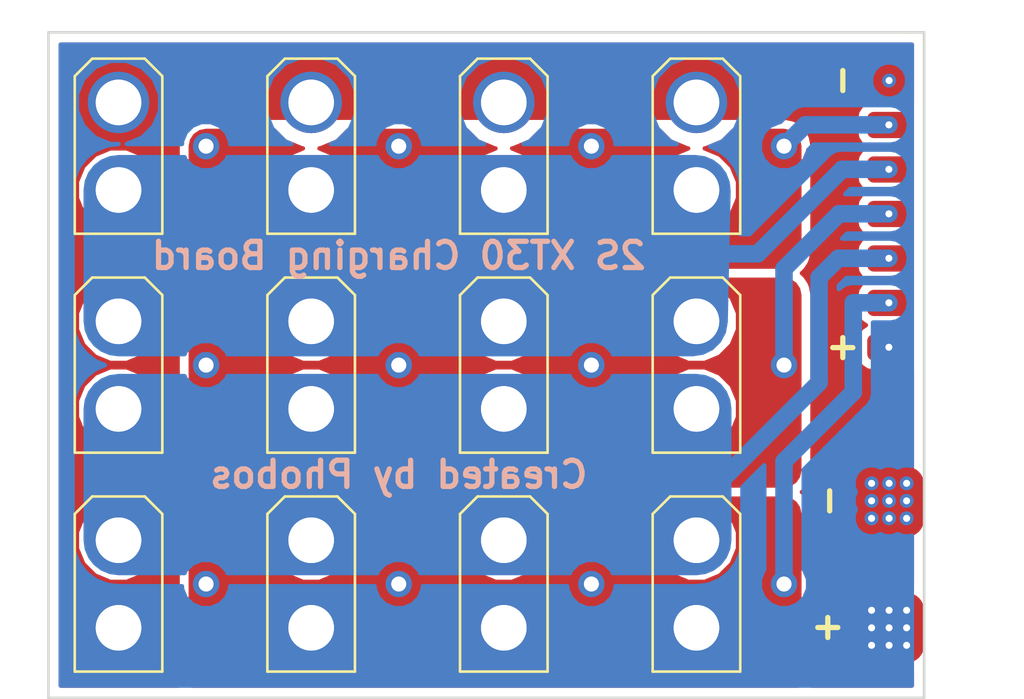
<source format=kicad_pcb>
(kicad_pcb (version 20171130) (host pcbnew "(5.0.2)-1")

  (general
    (thickness 1.6)
    (drawings 11)
    (tracks 80)
    (zones 0)
    (modules 6)
    (nets 8)
  )

  (page A4)
  (layers
    (0 F.Cu signal)
    (31 B.Cu signal)
    (32 B.Adhes user)
    (33 F.Adhes user)
    (34 B.Paste user)
    (35 F.Paste user)
    (36 B.SilkS user)
    (37 F.SilkS user)
    (38 B.Mask user)
    (39 F.Mask user)
    (40 Dwgs.User user)
    (41 Cmts.User user)
    (42 Eco1.User user)
    (43 Eco2.User user)
    (44 Edge.Cuts user)
    (45 Margin user)
    (46 B.CrtYd user)
    (47 F.CrtYd user)
    (48 B.Fab user)
    (49 F.Fab user)
  )

  (setup
    (last_trace_width 0.25)
    (user_trace_width 1)
    (user_trace_width 3)
    (trace_clearance 0.2)
    (zone_clearance 0.5)
    (zone_45_only no)
    (trace_min 0.2)
    (segment_width 0.2)
    (edge_width 0.15)
    (via_size 0.8)
    (via_drill 0.4)
    (via_min_size 0.4)
    (via_min_drill 0.3)
    (user_via 1.5 0.85)
    (user_via 3.5 2.6)
    (uvia_size 0.3)
    (uvia_drill 0.1)
    (uvias_allowed no)
    (uvia_min_size 0.2)
    (uvia_min_drill 0.1)
    (pcb_text_width 0.3)
    (pcb_text_size 1.5 1.5)
    (mod_edge_width 0.15)
    (mod_text_size 1 1)
    (mod_text_width 0.15)
    (pad_size 1.524 1.524)
    (pad_drill 0.762)
    (pad_to_mask_clearance 0.2)
    (solder_mask_min_width 0.25)
    (aux_axis_origin 0 0)
    (visible_elements 7FFFFFFF)
    (pcbplotparams
      (layerselection 0x010fc_ffffffff)
      (usegerberextensions false)
      (usegerberattributes false)
      (usegerberadvancedattributes false)
      (creategerberjobfile false)
      (excludeedgelayer true)
      (linewidth 0.100000)
      (plotframeref false)
      (viasonmask false)
      (mode 1)
      (useauxorigin false)
      (hpglpennumber 1)
      (hpglpenspeed 20)
      (hpglpendiameter 15.000000)
      (psnegative false)
      (psa4output false)
      (plotreference true)
      (plotvalue true)
      (plotinvisibletext false)
      (padsonsilk false)
      (subtractmaskfromsilk false)
      (outputformat 1)
      (mirror false)
      (drillshape 1)
      (scaleselection 1)
      (outputdirectory ""))
  )

  (net 0 "")
  (net 1 VCC)
  (net 2 GND)
  (net 3 "Net-(J1-Pad3)")
  (net 4 "Net-(J1-Pad6)")
  (net 5 "Net-(J1-Pad2)")
  (net 6 "Net-(J1-Pad5)")
  (net 7 "Net-(J1-Pad8)")

  (net_class Default "This is the default net class."
    (clearance 0.2)
    (trace_width 0.25)
    (via_dia 0.8)
    (via_drill 0.4)
    (uvia_dia 0.3)
    (uvia_drill 0.1)
    (add_net GND)
    (add_net "Net-(J1-Pad2)")
    (add_net "Net-(J1-Pad3)")
    (add_net "Net-(J1-Pad5)")
    (add_net "Net-(J1-Pad6)")
    (add_net "Net-(J1-Pad8)")
    (add_net VCC)
  )

  (module footprints:xt30_3 (layer F.Cu) (tedit 5C817DCB) (tstamp 5BAF5C92)
    (at 139 103)
    (path /5BB0BEDF)
    (fp_text reference J4 (at 0 20) (layer F.SilkS) hide
      (effects (font (size 1 1) (thickness 0.15)))
    )
    (fp_text value Conn_01x09_Male (at 0 -20) (layer F.Fab)
      (effects (font (size 1 1) (thickness 0.15)))
    )
    (fp_line (start -2.5 -16.5) (end -2.5 -7.5) (layer F.SilkS) (width 0.15))
    (fp_line (start -1.5 -17.5) (end -2.5 -16.5) (layer F.SilkS) (width 0.15))
    (fp_line (start 1.5 -17.5) (end -1.5 -17.5) (layer F.SilkS) (width 0.15))
    (fp_line (start 2.5 -16.5) (end 1.5 -17.5) (layer F.SilkS) (width 0.15))
    (fp_line (start 2.5 -7.5) (end 2.5 -16.5) (layer F.SilkS) (width 0.15))
    (fp_line (start 2.5 -4) (end 2.5 5) (layer F.SilkS) (width 0.15))
    (fp_line (start 1.5 -5) (end 2.5 -4) (layer F.SilkS) (width 0.15))
    (fp_line (start -1.5 -5) (end 1.5 -5) (layer F.SilkS) (width 0.15))
    (fp_line (start -2.5 -4) (end -1.5 -5) (layer F.SilkS) (width 0.15))
    (fp_line (start -2.5 5) (end -2.5 -4) (layer F.SilkS) (width 0.15))
    (fp_line (start 2.5 8.5) (end 2.5 17.5) (layer F.SilkS) (width 0.15))
    (fp_line (start 1.5 7.5) (end 2.5 8.5) (layer F.SilkS) (width 0.15))
    (fp_line (start -1.5 7.5) (end 1.5 7.5) (layer F.SilkS) (width 0.15))
    (fp_line (start -2.5 8.5) (end -1.5 7.5) (layer F.SilkS) (width 0.15))
    (fp_line (start -2.5 17.5) (end -2.5 8.5) (layer F.SilkS) (width 0.15))
    (fp_line (start 2.5 17.5) (end -2.5 17.5) (layer F.SilkS) (width 0.15))
    (fp_line (start 2.5 5) (end -2.5 5) (layer F.SilkS) (width 0.15))
    (fp_line (start 2.5 -7.5) (end -2.5 -7.5) (layer F.SilkS) (width 0.15))
    (pad 9 thru_hole circle (at 0 -15) (size 3.5 3.5) (drill 2.6) (layers *.Cu *.Mask)
      (net 2 GND))
    (pad 7 thru_hole circle (at 0 -10) (size 3.5 3.5) (drill 2.6) (layers *.Cu *.Mask)
      (net 4 "Net-(J1-Pad6)"))
    (pad 6 thru_hole circle (at 0 -2.5) (size 3.5 3.5) (drill 2.6) (layers *.Cu *.Mask)
      (net 4 "Net-(J1-Pad6)"))
    (pad 4 thru_hole circle (at 0 2.5) (size 3.5 3.5) (drill 2.6) (layers *.Cu *.Mask)
      (net 3 "Net-(J1-Pad3)"))
    (pad 3 thru_hole circle (at 0 10) (size 3.5 3.5) (drill 2.6) (layers *.Cu *.Mask)
      (net 3 "Net-(J1-Pad3)"))
    (pad 1 thru_hole circle (at 0 15) (size 3.5 3.5) (drill 2.6) (layers *.Cu *.Mask)
      (net 1 VCC))
    (pad 8 thru_hole circle (at 5 -12.5) (size 1.5 1.5) (drill 0.85) (layers *.Cu *.Mask)
      (net 7 "Net-(J1-Pad8)"))
    (pad 5 thru_hole circle (at 5 0) (size 1.5 1.5) (drill 0.85) (layers *.Cu *.Mask)
      (net 6 "Net-(J1-Pad5)"))
    (pad 2 thru_hole circle (at 5 12.5) (size 1.5 1.5) (drill 0.85) (layers *.Cu *.Mask)
      (net 5 "Net-(J1-Pad2)"))
  )

  (module footprints:xt30_3 (layer F.Cu) (tedit 5C817DCB) (tstamp 5BAF5C79)
    (at 128 103)
    (path /5BB0BEB7)
    (fp_text reference J3 (at 0 20) (layer F.SilkS) hide
      (effects (font (size 1 1) (thickness 0.15)))
    )
    (fp_text value Conn_01x09_Male (at 0 -20) (layer F.Fab)
      (effects (font (size 1 1) (thickness 0.15)))
    )
    (fp_line (start -2.5 -16.5) (end -2.5 -7.5) (layer F.SilkS) (width 0.15))
    (fp_line (start -1.5 -17.5) (end -2.5 -16.5) (layer F.SilkS) (width 0.15))
    (fp_line (start 1.5 -17.5) (end -1.5 -17.5) (layer F.SilkS) (width 0.15))
    (fp_line (start 2.5 -16.5) (end 1.5 -17.5) (layer F.SilkS) (width 0.15))
    (fp_line (start 2.5 -7.5) (end 2.5 -16.5) (layer F.SilkS) (width 0.15))
    (fp_line (start 2.5 -4) (end 2.5 5) (layer F.SilkS) (width 0.15))
    (fp_line (start 1.5 -5) (end 2.5 -4) (layer F.SilkS) (width 0.15))
    (fp_line (start -1.5 -5) (end 1.5 -5) (layer F.SilkS) (width 0.15))
    (fp_line (start -2.5 -4) (end -1.5 -5) (layer F.SilkS) (width 0.15))
    (fp_line (start -2.5 5) (end -2.5 -4) (layer F.SilkS) (width 0.15))
    (fp_line (start 2.5 8.5) (end 2.5 17.5) (layer F.SilkS) (width 0.15))
    (fp_line (start 1.5 7.5) (end 2.5 8.5) (layer F.SilkS) (width 0.15))
    (fp_line (start -1.5 7.5) (end 1.5 7.5) (layer F.SilkS) (width 0.15))
    (fp_line (start -2.5 8.5) (end -1.5 7.5) (layer F.SilkS) (width 0.15))
    (fp_line (start -2.5 17.5) (end -2.5 8.5) (layer F.SilkS) (width 0.15))
    (fp_line (start 2.5 17.5) (end -2.5 17.5) (layer F.SilkS) (width 0.15))
    (fp_line (start 2.5 5) (end -2.5 5) (layer F.SilkS) (width 0.15))
    (fp_line (start 2.5 -7.5) (end -2.5 -7.5) (layer F.SilkS) (width 0.15))
    (pad 9 thru_hole circle (at 0 -15) (size 3.5 3.5) (drill 2.6) (layers *.Cu *.Mask)
      (net 2 GND))
    (pad 7 thru_hole circle (at 0 -10) (size 3.5 3.5) (drill 2.6) (layers *.Cu *.Mask)
      (net 4 "Net-(J1-Pad6)"))
    (pad 6 thru_hole circle (at 0 -2.5) (size 3.5 3.5) (drill 2.6) (layers *.Cu *.Mask)
      (net 4 "Net-(J1-Pad6)"))
    (pad 4 thru_hole circle (at 0 2.5) (size 3.5 3.5) (drill 2.6) (layers *.Cu *.Mask)
      (net 3 "Net-(J1-Pad3)"))
    (pad 3 thru_hole circle (at 0 10) (size 3.5 3.5) (drill 2.6) (layers *.Cu *.Mask)
      (net 3 "Net-(J1-Pad3)"))
    (pad 1 thru_hole circle (at 0 15) (size 3.5 3.5) (drill 2.6) (layers *.Cu *.Mask)
      (net 1 VCC))
    (pad 8 thru_hole circle (at 5 -12.5) (size 1.5 1.5) (drill 0.85) (layers *.Cu *.Mask)
      (net 7 "Net-(J1-Pad8)"))
    (pad 5 thru_hole circle (at 5 0) (size 1.5 1.5) (drill 0.85) (layers *.Cu *.Mask)
      (net 6 "Net-(J1-Pad5)"))
    (pad 2 thru_hole circle (at 5 12.5) (size 1.5 1.5) (drill 0.85) (layers *.Cu *.Mask)
      (net 5 "Net-(J1-Pad2)"))
  )

  (module footprints:xt30_3 (layer F.Cu) (tedit 5C817DCB) (tstamp 5BAF5C60)
    (at 117 103)
    (path /5BB0BE81)
    (fp_text reference J2 (at 0 20) (layer F.SilkS) hide
      (effects (font (size 1 1) (thickness 0.15)))
    )
    (fp_text value Conn_01x09_Male (at 0 -20) (layer F.Fab)
      (effects (font (size 1 1) (thickness 0.15)))
    )
    (fp_line (start -2.5 -16.5) (end -2.5 -7.5) (layer F.SilkS) (width 0.15))
    (fp_line (start -1.5 -17.5) (end -2.5 -16.5) (layer F.SilkS) (width 0.15))
    (fp_line (start 1.5 -17.5) (end -1.5 -17.5) (layer F.SilkS) (width 0.15))
    (fp_line (start 2.5 -16.5) (end 1.5 -17.5) (layer F.SilkS) (width 0.15))
    (fp_line (start 2.5 -7.5) (end 2.5 -16.5) (layer F.SilkS) (width 0.15))
    (fp_line (start 2.5 -4) (end 2.5 5) (layer F.SilkS) (width 0.15))
    (fp_line (start 1.5 -5) (end 2.5 -4) (layer F.SilkS) (width 0.15))
    (fp_line (start -1.5 -5) (end 1.5 -5) (layer F.SilkS) (width 0.15))
    (fp_line (start -2.5 -4) (end -1.5 -5) (layer F.SilkS) (width 0.15))
    (fp_line (start -2.5 5) (end -2.5 -4) (layer F.SilkS) (width 0.15))
    (fp_line (start 2.5 8.5) (end 2.5 17.5) (layer F.SilkS) (width 0.15))
    (fp_line (start 1.5 7.5) (end 2.5 8.5) (layer F.SilkS) (width 0.15))
    (fp_line (start -1.5 7.5) (end 1.5 7.5) (layer F.SilkS) (width 0.15))
    (fp_line (start -2.5 8.5) (end -1.5 7.5) (layer F.SilkS) (width 0.15))
    (fp_line (start -2.5 17.5) (end -2.5 8.5) (layer F.SilkS) (width 0.15))
    (fp_line (start 2.5 17.5) (end -2.5 17.5) (layer F.SilkS) (width 0.15))
    (fp_line (start 2.5 5) (end -2.5 5) (layer F.SilkS) (width 0.15))
    (fp_line (start 2.5 -7.5) (end -2.5 -7.5) (layer F.SilkS) (width 0.15))
    (pad 9 thru_hole circle (at 0 -15) (size 3.5 3.5) (drill 2.6) (layers *.Cu *.Mask)
      (net 2 GND))
    (pad 7 thru_hole circle (at 0 -10) (size 3.5 3.5) (drill 2.6) (layers *.Cu *.Mask)
      (net 4 "Net-(J1-Pad6)"))
    (pad 6 thru_hole circle (at 0 -2.5) (size 3.5 3.5) (drill 2.6) (layers *.Cu *.Mask)
      (net 4 "Net-(J1-Pad6)"))
    (pad 4 thru_hole circle (at 0 2.5) (size 3.5 3.5) (drill 2.6) (layers *.Cu *.Mask)
      (net 3 "Net-(J1-Pad3)"))
    (pad 3 thru_hole circle (at 0 10) (size 3.5 3.5) (drill 2.6) (layers *.Cu *.Mask)
      (net 3 "Net-(J1-Pad3)"))
    (pad 1 thru_hole circle (at 0 15) (size 3.5 3.5) (drill 2.6) (layers *.Cu *.Mask)
      (net 1 VCC))
    (pad 8 thru_hole circle (at 5 -12.5) (size 1.5 1.5) (drill 0.85) (layers *.Cu *.Mask)
      (net 7 "Net-(J1-Pad8)"))
    (pad 5 thru_hole circle (at 5 0) (size 1.5 1.5) (drill 0.85) (layers *.Cu *.Mask)
      (net 6 "Net-(J1-Pad5)"))
    (pad 2 thru_hole circle (at 5 12.5) (size 1.5 1.5) (drill 0.85) (layers *.Cu *.Mask)
      (net 5 "Net-(J1-Pad2)"))
  )

  (module footprints:xt30_3 (layer F.Cu) (tedit 5C817DCB) (tstamp 5BAF89A4)
    (at 106 103)
    (path /5BB0BFD3)
    (fp_text reference J1 (at 0 20) (layer F.SilkS) hide
      (effects (font (size 1 1) (thickness 0.15)))
    )
    (fp_text value Conn_01x09_Male (at 0 -20) (layer F.Fab)
      (effects (font (size 1 1) (thickness 0.15)))
    )
    (fp_line (start -2.5 -16.5) (end -2.5 -7.5) (layer F.SilkS) (width 0.15))
    (fp_line (start -1.5 -17.5) (end -2.5 -16.5) (layer F.SilkS) (width 0.15))
    (fp_line (start 1.5 -17.5) (end -1.5 -17.5) (layer F.SilkS) (width 0.15))
    (fp_line (start 2.5 -16.5) (end 1.5 -17.5) (layer F.SilkS) (width 0.15))
    (fp_line (start 2.5 -7.5) (end 2.5 -16.5) (layer F.SilkS) (width 0.15))
    (fp_line (start 2.5 -4) (end 2.5 5) (layer F.SilkS) (width 0.15))
    (fp_line (start 1.5 -5) (end 2.5 -4) (layer F.SilkS) (width 0.15))
    (fp_line (start -1.5 -5) (end 1.5 -5) (layer F.SilkS) (width 0.15))
    (fp_line (start -2.5 -4) (end -1.5 -5) (layer F.SilkS) (width 0.15))
    (fp_line (start -2.5 5) (end -2.5 -4) (layer F.SilkS) (width 0.15))
    (fp_line (start 2.5 8.5) (end 2.5 17.5) (layer F.SilkS) (width 0.15))
    (fp_line (start 1.5 7.5) (end 2.5 8.5) (layer F.SilkS) (width 0.15))
    (fp_line (start -1.5 7.5) (end 1.5 7.5) (layer F.SilkS) (width 0.15))
    (fp_line (start -2.5 8.5) (end -1.5 7.5) (layer F.SilkS) (width 0.15))
    (fp_line (start -2.5 17.5) (end -2.5 8.5) (layer F.SilkS) (width 0.15))
    (fp_line (start 2.5 17.5) (end -2.5 17.5) (layer F.SilkS) (width 0.15))
    (fp_line (start 2.5 5) (end -2.5 5) (layer F.SilkS) (width 0.15))
    (fp_line (start 2.5 -7.5) (end -2.5 -7.5) (layer F.SilkS) (width 0.15))
    (pad 9 thru_hole circle (at 0 -15) (size 3.5 3.5) (drill 2.6) (layers *.Cu *.Mask)
      (net 2 GND))
    (pad 7 thru_hole circle (at 0 -10) (size 3.5 3.5) (drill 2.6) (layers *.Cu *.Mask)
      (net 4 "Net-(J1-Pad6)"))
    (pad 6 thru_hole circle (at 0 -2.5) (size 3.5 3.5) (drill 2.6) (layers *.Cu *.Mask)
      (net 4 "Net-(J1-Pad6)"))
    (pad 4 thru_hole circle (at 0 2.5) (size 3.5 3.5) (drill 2.6) (layers *.Cu *.Mask)
      (net 3 "Net-(J1-Pad3)"))
    (pad 3 thru_hole circle (at 0 10) (size 3.5 3.5) (drill 2.6) (layers *.Cu *.Mask)
      (net 3 "Net-(J1-Pad3)"))
    (pad 1 thru_hole circle (at 0 15) (size 3.5 3.5) (drill 2.6) (layers *.Cu *.Mask)
      (net 1 VCC))
    (pad 8 thru_hole circle (at 5 -12.5) (size 1.5 1.5) (drill 0.85) (layers *.Cu *.Mask)
      (net 7 "Net-(J1-Pad8)"))
    (pad 5 thru_hole circle (at 5 0) (size 1.5 1.5) (drill 0.85) (layers *.Cu *.Mask)
      (net 6 "Net-(J1-Pad5)"))
    (pad 2 thru_hole circle (at 5 12.5) (size 1.5 1.5) (drill 0.85) (layers *.Cu *.Mask)
      (net 5 "Net-(J1-Pad2)"))
  )

  (module custom:balance_plug (layer F.Cu) (tedit 5BAFA1EB) (tstamp 5BAF5FA5)
    (at 150 94.37)
    (path /5BB21CE2)
    (fp_text reference J6 (at 0 10.16) (layer F.SilkS) hide
      (effects (font (size 1 1) (thickness 0.15)))
    )
    (fp_text value Conn_01x07_Female (at 0 -8.89) (layer F.Fab)
      (effects (font (size 1 1) (thickness 0.15)))
    )
    (pad 1 smd roundrect (at 0 7.62) (size 2.5 1.5) (layers F.Cu F.Paste F.Mask) (roundrect_rratio 0.25)
      (net 1 VCC))
    (pad 2 smd roundrect (at 0 5.08) (size 2.5 1.5) (layers F.Cu F.Paste F.Mask) (roundrect_rratio 0.25)
      (net 5 "Net-(J1-Pad2)"))
    (pad 3 smd roundrect (at 0 2.54) (size 2.5 1.5) (layers F.Cu F.Paste F.Mask) (roundrect_rratio 0.25)
      (net 3 "Net-(J1-Pad3)"))
    (pad 4 smd roundrect (at 0 0) (size 2.5 1.5) (layers F.Cu F.Paste F.Mask) (roundrect_rratio 0.25)
      (net 6 "Net-(J1-Pad5)"))
    (pad 5 smd roundrect (at 0 -2.54) (size 2.5 1.5) (layers F.Cu F.Paste F.Mask) (roundrect_rratio 0.25)
      (net 4 "Net-(J1-Pad6)"))
    (pad 6 smd roundrect (at 0 -5.08) (size 2.5 1.5) (layers F.Cu F.Paste F.Mask) (roundrect_rratio 0.25)
      (net 7 "Net-(J1-Pad8)"))
    (pad 7 smd roundrect (at 0 -7.62) (size 2.5 1.5) (layers F.Cu F.Paste F.Mask) (roundrect_rratio 0.25)
      (net 2 GND))
  )

  (module custom:xt60_pad (layer F.Cu) (tedit 5BAFA200) (tstamp 5BAF5C2E)
    (at 150 114.4)
    (path /5BB5B31A)
    (fp_text reference J5 (at 0 0.762) (layer F.SilkS) hide
      (effects (font (size 1 1) (thickness 0.15)))
    )
    (fp_text value Conn_01x02_Female (at 0 -0.762) (layer F.Fab)
      (effects (font (size 1 1) (thickness 0.15)))
    )
    (pad 1 smd roundrect (at 0 3.6) (size 4 4) (layers F.Cu F.Paste F.Mask) (roundrect_rratio 0.25)
      (net 1 VCC))
    (pad 2 smd roundrect (at 0 -3.6) (size 4 4) (layers F.Cu F.Paste F.Mask) (roundrect_rratio 0.25)
      (net 2 GND))
  )

  (gr_text "2S XT30 Charging Board" (at 122 96.75) (layer B.SilkS)
    (effects (font (size 1.5 1.5) (thickness 0.3)) (justify mirror))
  )
  (gr_text "Created by Phobos" (at 122 109.25) (layer B.SilkS)
    (effects (font (size 1.5 1.5) (thickness 0.3)) (justify mirror))
  )
  (gr_text + (at 146.5 117.875) (layer F.SilkS)
    (effects (font (size 1.5 1.5) (thickness 0.3)))
  )
  (gr_text + (at 147.25 102 90) (layer F.SilkS)
    (effects (font (size 1.5 1.5) (thickness 0.3)))
  )
  (gr_text - (at 146.5 110.75 90) (layer F.SilkS)
    (effects (font (size 1.5 1.5) (thickness 0.3)))
  )
  (gr_text - (at 147.25 86.75 90) (layer F.SilkS)
    (effects (font (size 1.5 1.5) (thickness 0.3)))
  )
  (gr_line (start 102 122) (end 102 84) (layer Edge.Cuts) (width 0.15))
  (gr_line (start 152 122) (end 102 122) (layer Edge.Cuts) (width 0.15))
  (gr_line (start 152 84) (end 152 122) (layer Edge.Cuts) (width 0.15))
  (gr_line (start 151 84) (end 152 84) (layer Edge.Cuts) (width 0.15))
  (gr_line (start 102 84) (end 151 84) (layer Edge.Cuts) (width 0.15))

  (via (at 149.987 101.981) (size 0.8) (drill 0.4) (layers F.Cu B.Cu) (net 1))
  (via (at 151 119) (size 0.8) (drill 0.4) (layers F.Cu B.Cu) (net 1))
  (via (at 150 119) (size 0.8) (drill 0.4) (layers F.Cu B.Cu) (net 1))
  (via (at 149 119) (size 0.8) (drill 0.4) (layers F.Cu B.Cu) (net 1))
  (via (at 151 118) (size 0.8) (drill 0.4) (layers F.Cu B.Cu) (net 1))
  (via (at 150 118) (size 0.8) (drill 0.4) (layers F.Cu B.Cu) (net 1))
  (via (at 149 118) (size 0.8) (drill 0.4) (layers F.Cu B.Cu) (net 1))
  (via (at 151 117) (size 0.8) (drill 0.4) (layers F.Cu B.Cu) (net 1))
  (via (at 150 117) (size 0.8) (drill 0.4) (layers F.Cu B.Cu) (net 1))
  (via (at 149 117) (size 0.8) (drill 0.4) (layers F.Cu B.Cu) (net 1))
  (via (at 139 118) (size 3.5) (drill 2.6) (layers F.Cu B.Cu) (net 1))
  (via (at 128 118) (size 3.5) (drill 2.6) (layers F.Cu B.Cu) (net 1))
  (via (at 117 118) (size 3.5) (drill 2.6) (layers F.Cu B.Cu) (net 1))
  (via (at 106 118) (size 3.5) (drill 2.6) (layers F.Cu B.Cu) (net 1))
  (via (at 150 86.75) (size 0.8) (drill 0.4) (layers F.Cu B.Cu) (net 2))
  (via (at 151 111.75) (size 0.8) (drill 0.4) (layers F.Cu B.Cu) (net 2))
  (via (at 150 111.75) (size 0.8) (drill 0.4) (layers F.Cu B.Cu) (net 2))
  (via (at 149 111.75) (size 0.8) (drill 0.4) (layers F.Cu B.Cu) (net 2))
  (via (at 151 110.75) (size 0.8) (drill 0.4) (layers F.Cu B.Cu) (net 2))
  (via (at 150 110.75) (size 0.8) (drill 0.4) (layers F.Cu B.Cu) (net 2))
  (via (at 149 110.75) (size 0.8) (drill 0.4) (layers F.Cu B.Cu) (net 2))
  (via (at 151 109.75) (size 0.8) (drill 0.4) (layers F.Cu B.Cu) (net 2))
  (via (at 150 109.75) (size 0.8) (drill 0.4) (layers F.Cu B.Cu) (net 2))
  (via (at 149 109.75) (size 0.8) (drill 0.4) (layers F.Cu B.Cu) (net 2))
  (via (at 139 88) (size 3.5) (drill 2.6) (layers F.Cu B.Cu) (net 2))
  (via (at 128 88) (size 3.5) (drill 2.6) (layers F.Cu B.Cu) (net 2))
  (via (at 117 88) (size 3.5) (drill 2.6) (layers F.Cu B.Cu) (net 2))
  (via (at 106 88) (size 0.8) (drill 0.4) (layers F.Cu B.Cu) (net 2))
  (via (at 106 88) (size 0.8) (drill 0.4) (layers F.Cu B.Cu) (net 2) (tstamp 5BAF5F8F))
  (via (at 106 88) (size 3.5) (drill 2.6) (layers F.Cu B.Cu) (net 2))
  (via (at 149.987 96.901) (size 0.8) (drill 0.4) (layers F.Cu B.Cu) (net 3))
  (via (at 139 113) (size 3.5) (drill 2.6) (layers F.Cu B.Cu) (net 3))
  (via (at 128 113) (size 3.5) (drill 2.6) (layers F.Cu B.Cu) (net 3))
  (via (at 117 113) (size 3.5) (drill 2.6) (layers F.Cu B.Cu) (net 3))
  (via (at 106 113) (size 3.5) (drill 2.6) (layers F.Cu B.Cu) (net 3))
  (via (at 139 105.5) (size 3.5) (drill 2.6) (layers F.Cu B.Cu) (net 3))
  (via (at 128 105.5) (size 3.5) (drill 2.6) (layers F.Cu B.Cu) (net 3))
  (via (at 117 105.5) (size 3.5) (drill 2.6) (layers F.Cu B.Cu) (net 3))
  (via (at 106 105.5) (size 3.5) (drill 2.6) (layers F.Cu B.Cu) (net 3))
  (segment (start 140.5 109.5) (end 139 109.5) (width 1) (layer B.Cu) (net 3))
  (segment (start 146 104) (end 140.5 109.5) (width 1) (layer B.Cu) (net 3))
  (segment (start 146 98) (end 146 104) (width 1) (layer B.Cu) (net 3))
  (segment (start 149.987 96.901) (end 147.099 96.901) (width 1) (layer B.Cu) (net 3))
  (segment (start 147.099 96.901) (end 146 98) (width 1) (layer B.Cu) (net 3))
  (via (at 149.987 91.821) (size 0.8) (drill 0.4) (layers F.Cu B.Cu) (net 4))
  (via (at 139 100.5) (size 3.5) (drill 2.6) (layers F.Cu B.Cu) (net 4))
  (via (at 128 100.5) (size 3.5) (drill 2.6) (layers F.Cu B.Cu) (net 4))
  (via (at 117 100.5) (size 3.5) (drill 2.6) (layers F.Cu B.Cu) (net 4))
  (via (at 106 100.5) (size 3.5) (drill 2.6) (layers F.Cu B.Cu) (net 4))
  (via (at 139 93) (size 3.5) (drill 2.6) (layers F.Cu B.Cu) (net 4))
  (via (at 128 93) (size 3.5) (drill 2.6) (layers F.Cu B.Cu) (net 4))
  (via (at 117 93) (size 3.5) (drill 2.6) (layers F.Cu B.Cu) (net 4))
  (via (at 106 93) (size 3.5) (drill 2.6) (layers F.Cu B.Cu) (net 4))
  (segment (start 149.987 91.821) (end 147.32 91.821) (width 1) (layer B.Cu) (net 4))
  (segment (start 147.32 91.821) (end 142.494 96.647) (width 1) (layer B.Cu) (net 4))
  (segment (start 142.494 96.647) (end 139.065 96.647) (width 1) (layer B.Cu) (net 4))
  (via (at 149.987 99.441) (size 0.8) (drill 0.4) (layers F.Cu B.Cu) (net 5))
  (via (at 144 115.5) (size 1.5) (drill 0.85) (layers F.Cu B.Cu) (net 5))
  (via (at 133 115.5) (size 1.5) (drill 0.85) (layers F.Cu B.Cu) (net 5))
  (via (at 122 115.5) (size 1.5) (drill 0.85) (layers F.Cu B.Cu) (net 5))
  (via (at 111 115.5) (size 1.5) (drill 0.85) (layers F.Cu B.Cu) (net 5))
  (segment (start 144 108.5) (end 144 115.5) (width 1) (layer B.Cu) (net 5))
  (segment (start 147.955 104.545) (end 144 108.5) (width 1) (layer B.Cu) (net 5))
  (segment (start 149.987 99.441) (end 147.955 99.441) (width 1) (layer B.Cu) (net 5))
  (segment (start 147.955 99.441) (end 147.955 104.545) (width 1) (layer B.Cu) (net 5))
  (via (at 133 103) (size 1.5) (drill 0.85) (layers F.Cu B.Cu) (net 6))
  (via (at 122 103) (size 1.5) (drill 0.85) (layers F.Cu B.Cu) (net 6))
  (via (at 111 103) (size 1.5) (drill 0.85) (layers F.Cu B.Cu) (net 6))
  (via (at 144 103) (size 1.5) (drill 0.85) (layers F.Cu B.Cu) (net 6))
  (via (at 149.987 94.361) (size 0.8) (drill 0.4) (layers F.Cu B.Cu) (net 6))
  (segment (start 149.987 94.361) (end 147.139 94.361) (width 1) (layer B.Cu) (net 6))
  (segment (start 144 97.5) (end 144 103) (width 1) (layer B.Cu) (net 6))
  (segment (start 147.139 94.361) (end 144 97.5) (width 1) (layer B.Cu) (net 6))
  (via (at 133 90.5) (size 1.5) (drill 0.85) (layers F.Cu B.Cu) (net 7))
  (via (at 122 90.5) (size 1.5) (drill 0.85) (layers F.Cu B.Cu) (net 7))
  (via (at 149.987 89.281) (size 0.8) (drill 0.4) (layers F.Cu B.Cu) (net 7))
  (via (at 144 90.5) (size 1.5) (drill 0.85) (layers F.Cu B.Cu) (net 7))
  (segment (start 145.219 89.281) (end 144 90.5) (width 1) (layer B.Cu) (net 7))
  (segment (start 149.987 89.281) (end 145.219 89.281) (width 1) (layer B.Cu) (net 7))
  (via (at 111 90.5) (size 1.5) (drill 0.85) (layers F.Cu B.Cu) (net 7))

  (zone (net 3) (net_name "Net-(J1-Pad3)") (layer B.Cu) (tstamp 0) (hatch edge 0.508)
    (priority 1)
    (connect_pads yes (clearance 0.5))
    (min_thickness 0.25)
    (fill yes (arc_segments 16) (thermal_gap 0.5) (thermal_bridge_width 2) (smoothing fillet) (radius 2))
    (polygon
      (pts
        (xy 104 103.5) (xy 141 103.5) (xy 141 115) (xy 104 115)
      )
    )
    (filled_polygon
      (pts
        (xy 109.834331 103.778875) (xy 110.221125 104.165669) (xy 110.726495 104.375) (xy 111.273505 104.375) (xy 111.778875 104.165669)
        (xy 112.165669 103.778875) (xy 112.229406 103.625) (xy 120.770594 103.625) (xy 120.834331 103.778875) (xy 121.221125 104.165669)
        (xy 121.726495 104.375) (xy 122.273505 104.375) (xy 122.778875 104.165669) (xy 123.165669 103.778875) (xy 123.229406 103.625)
        (xy 131.770594 103.625) (xy 131.834331 103.778875) (xy 132.221125 104.165669) (xy 132.726495 104.375) (xy 133.273505 104.375)
        (xy 133.778875 104.165669) (xy 134.165669 103.778875) (xy 134.229406 103.625) (xy 138.991804 103.625) (xy 139.485008 103.689931)
        (xy 139.936961 103.877136) (xy 140.325063 104.174937) (xy 140.622864 104.563039) (xy 140.810069 105.014992) (xy 140.875 105.508196)
        (xy 140.875 112.991804) (xy 140.810069 113.485008) (xy 140.622864 113.936961) (xy 140.325063 114.325063) (xy 139.936961 114.622864)
        (xy 139.485008 114.810069) (xy 138.991804 114.875) (xy 134.229406 114.875) (xy 134.165669 114.721125) (xy 133.778875 114.334331)
        (xy 133.273505 114.125) (xy 132.726495 114.125) (xy 132.221125 114.334331) (xy 131.834331 114.721125) (xy 131.770594 114.875)
        (xy 123.229406 114.875) (xy 123.165669 114.721125) (xy 122.778875 114.334331) (xy 122.273505 114.125) (xy 121.726495 114.125)
        (xy 121.221125 114.334331) (xy 120.834331 114.721125) (xy 120.770594 114.875) (xy 112.229406 114.875) (xy 112.165669 114.721125)
        (xy 111.778875 114.334331) (xy 111.273505 114.125) (xy 110.726495 114.125) (xy 110.221125 114.334331) (xy 109.834331 114.721125)
        (xy 109.770594 114.875) (xy 106.008196 114.875) (xy 105.514992 114.810069) (xy 105.063039 114.622864) (xy 104.674937 114.325063)
        (xy 104.377136 113.936961) (xy 104.189931 113.485008) (xy 104.125 112.991804) (xy 104.125 105.508196) (xy 104.189931 105.014992)
        (xy 104.377136 104.563039) (xy 104.674937 104.174937) (xy 105.063039 103.877136) (xy 105.514992 103.689931) (xy 106.008196 103.625)
        (xy 109.770594 103.625)
      )
    )
  )
  (zone (net 4) (net_name "Net-(J1-Pad6)") (layer B.Cu) (tstamp 0) (hatch edge 0.508)
    (priority 1)
    (connect_pads yes (clearance 0.5))
    (min_thickness 0.25)
    (fill yes (arc_segments 16) (thermal_gap 0.5) (thermal_bridge_width 2) (smoothing fillet) (radius 2))
    (polygon
      (pts
        (xy 104 91) (xy 141 91) (xy 140.75 102.5) (xy 104 102.5)
      )
    )
    (filled_polygon
      (pts
        (xy 109.834331 91.278875) (xy 110.221125 91.665669) (xy 110.726495 91.875) (xy 111.273505 91.875) (xy 111.778875 91.665669)
        (xy 112.165669 91.278875) (xy 112.229406 91.125) (xy 120.770594 91.125) (xy 120.834331 91.278875) (xy 121.221125 91.665669)
        (xy 121.726495 91.875) (xy 122.273505 91.875) (xy 122.778875 91.665669) (xy 123.165669 91.278875) (xy 123.229406 91.125)
        (xy 131.770594 91.125) (xy 131.834331 91.278875) (xy 132.221125 91.665669) (xy 132.726495 91.875) (xy 133.273505 91.875)
        (xy 133.778875 91.665669) (xy 134.165669 91.278875) (xy 134.229406 91.125) (xy 138.947742 91.125) (xy 139.447603 91.191729)
        (xy 139.904727 91.383993) (xy 140.295411 91.689436) (xy 140.592294 92.08667) (xy 140.774576 92.547863) (xy 140.830426 93.049059)
        (xy 140.667774 100.531049) (xy 140.56446 101.109834) (xy 140.294198 101.620877) (xy 139.88099 102.0252) (xy 139.364194 102.28429)
        (xy 138.783307 102.375) (xy 134.229406 102.375) (xy 134.165669 102.221125) (xy 133.778875 101.834331) (xy 133.273505 101.625)
        (xy 132.726495 101.625) (xy 132.221125 101.834331) (xy 131.834331 102.221125) (xy 131.770594 102.375) (xy 123.229406 102.375)
        (xy 123.165669 102.221125) (xy 122.778875 101.834331) (xy 122.273505 101.625) (xy 121.726495 101.625) (xy 121.221125 101.834331)
        (xy 120.834331 102.221125) (xy 120.770594 102.375) (xy 112.229406 102.375) (xy 112.165669 102.221125) (xy 111.778875 101.834331)
        (xy 111.273505 101.625) (xy 110.726495 101.625) (xy 110.221125 101.834331) (xy 109.834331 102.221125) (xy 109.770594 102.375)
        (xy 106.008196 102.375) (xy 105.514992 102.310069) (xy 105.063039 102.122864) (xy 104.674937 101.825063) (xy 104.377136 101.436961)
        (xy 104.189931 100.985008) (xy 104.125 100.491804) (xy 104.125 93.008196) (xy 104.189931 92.514992) (xy 104.377136 92.063039)
        (xy 104.674937 91.674937) (xy 105.063039 91.377136) (xy 105.514992 91.189931) (xy 106.008196 91.125) (xy 109.770594 91.125)
      )
    )
  )
  (zone (net 2) (net_name GND) (layer F.Cu) (tstamp 0) (hatch edge 0.508)
    (connect_pads yes (clearance 0.5))
    (min_thickness 0.25)
    (fill yes (arc_segments 16) (thermal_gap 0.5) (thermal_bridge_width 2))
    (polygon
      (pts
        (xy 102 84) (xy 102 122) (xy 152 122) (xy 152 84)
      )
    )
    (filled_polygon
      (pts
        (xy 151.3 88.004952) (xy 151.262369 87.979808) (xy 150.875 87.902756) (xy 149.125 87.902756) (xy 148.737631 87.979808)
        (xy 148.409235 88.199235) (xy 148.189808 88.527631) (xy 148.112756 88.915) (xy 148.112756 89.665) (xy 148.189808 90.052369)
        (xy 148.409235 90.380765) (xy 148.677479 90.56) (xy 148.409235 90.739235) (xy 148.189808 91.067631) (xy 148.112756 91.455)
        (xy 148.112756 92.205) (xy 148.189808 92.592369) (xy 148.409235 92.920765) (xy 148.677479 93.1) (xy 148.409235 93.279235)
        (xy 148.189808 93.607631) (xy 148.112756 93.995) (xy 148.112756 94.745) (xy 148.189808 95.132369) (xy 148.409235 95.460765)
        (xy 148.677479 95.64) (xy 148.409235 95.819235) (xy 148.189808 96.147631) (xy 148.112756 96.535) (xy 148.112756 97.285)
        (xy 148.189808 97.672369) (xy 148.409235 98.000765) (xy 148.677479 98.18) (xy 148.409235 98.359235) (xy 148.189808 98.687631)
        (xy 148.112756 99.075) (xy 148.112756 99.825) (xy 148.189808 100.212369) (xy 148.409235 100.540765) (xy 148.677479 100.72)
        (xy 148.409235 100.899235) (xy 148.189808 101.227631) (xy 148.112756 101.615) (xy 148.112756 102.365) (xy 148.189808 102.752369)
        (xy 148.409235 103.080765) (xy 148.737631 103.300192) (xy 149.125 103.377244) (xy 150.875 103.377244) (xy 151.262369 103.300192)
        (xy 151.300001 103.275047) (xy 151.300001 115.42243) (xy 151 115.362756) (xy 149 115.362756) (xy 148.373454 115.487384)
        (xy 147.842294 115.842294) (xy 147.487384 116.373454) (xy 147.362756 117) (xy 147.362756 119) (xy 147.487384 119.626546)
        (xy 147.842294 120.157706) (xy 148.373454 120.512616) (xy 149 120.637244) (xy 151 120.637244) (xy 151.300001 120.57757)
        (xy 151.300001 121.3) (xy 145.577571 121.3) (xy 145.612991 121.121931) (xy 145.625 121) (xy 145.625 111.5)
        (xy 145.612991 111.378069) (xy 145.536871 110.995386) (xy 145.443549 110.770086) (xy 145.226776 110.445662) (xy 145.054338 110.273224)
        (xy 145.019581 110.25) (xy 145.054338 110.226776) (xy 145.226776 110.054338) (xy 145.443549 109.729914) (xy 145.536871 109.504614)
        (xy 145.612991 109.121931) (xy 145.625 109) (xy 145.625 99) (xy 145.612991 98.878069) (xy 145.536871 98.495386)
        (xy 145.443549 98.270086) (xy 145.226776 97.945662) (xy 145.054338 97.773224) (xy 145.019581 97.75) (xy 145.054338 97.726776)
        (xy 145.226776 97.554338) (xy 145.443549 97.229914) (xy 145.536871 97.004614) (xy 145.612991 96.621931) (xy 145.625 96.5)
        (xy 145.625 90.5) (xy 145.612991 90.378069) (xy 145.536871 89.995386) (xy 145.443549 89.770086) (xy 145.226776 89.445662)
        (xy 145.054338 89.273224) (xy 144.729914 89.056451) (xy 144.504614 88.963129) (xy 144.121931 88.887009) (xy 144 88.875)
        (xy 111 88.875) (xy 110.878069 88.887009) (xy 110.495386 88.963129) (xy 110.270086 89.056451) (xy 109.945662 89.273224)
        (xy 109.773224 89.445662) (xy 109.556451 89.770086) (xy 109.463129 89.995386) (xy 109.387009 90.378069) (xy 109.375 90.5)
        (xy 109.375 96.5) (xy 109.387009 96.621931) (xy 109.463129 97.004614) (xy 109.556451 97.229914) (xy 109.773224 97.554338)
        (xy 109.945662 97.726776) (xy 109.980419 97.75) (xy 109.945662 97.773224) (xy 109.773224 97.945662) (xy 109.556451 98.270086)
        (xy 109.463129 98.495386) (xy 109.387009 98.878069) (xy 109.375 99) (xy 109.375 109) (xy 109.387009 109.121931)
        (xy 109.463129 109.504614) (xy 109.556451 109.729914) (xy 109.773224 110.054338) (xy 109.945662 110.226776) (xy 109.980419 110.25)
        (xy 109.945662 110.273224) (xy 109.773224 110.445662) (xy 109.556451 110.770086) (xy 109.463129 110.995386) (xy 109.387009 111.378069)
        (xy 109.375 111.5) (xy 109.375 121) (xy 109.387009 121.121931) (xy 109.422429 121.3) (xy 102.7 121.3)
        (xy 102.7 117.527583) (xy 103.625 117.527583) (xy 103.625 118.472417) (xy 103.986572 119.345329) (xy 104.654671 120.013428)
        (xy 105.527583 120.375) (xy 106.472417 120.375) (xy 107.345329 120.013428) (xy 108.013428 119.345329) (xy 108.375 118.472417)
        (xy 108.375 117.527583) (xy 108.013428 116.654671) (xy 107.345329 115.986572) (xy 106.472417 115.625) (xy 105.527583 115.625)
        (xy 104.654671 115.986572) (xy 103.986572 116.654671) (xy 103.625 117.527583) (xy 102.7 117.527583) (xy 102.7 112.527583)
        (xy 103.625 112.527583) (xy 103.625 113.472417) (xy 103.986572 114.345329) (xy 104.654671 115.013428) (xy 105.527583 115.375)
        (xy 106.472417 115.375) (xy 107.345329 115.013428) (xy 108.013428 114.345329) (xy 108.375 113.472417) (xy 108.375 112.527583)
        (xy 108.013428 111.654671) (xy 107.345329 110.986572) (xy 106.472417 110.625) (xy 105.527583 110.625) (xy 104.654671 110.986572)
        (xy 103.986572 111.654671) (xy 103.625 112.527583) (xy 102.7 112.527583) (xy 102.7 105.027583) (xy 103.625 105.027583)
        (xy 103.625 105.972417) (xy 103.986572 106.845329) (xy 104.654671 107.513428) (xy 105.527583 107.875) (xy 106.472417 107.875)
        (xy 107.345329 107.513428) (xy 108.013428 106.845329) (xy 108.375 105.972417) (xy 108.375 105.027583) (xy 108.013428 104.154671)
        (xy 107.345329 103.486572) (xy 106.472417 103.125) (xy 105.527583 103.125) (xy 104.654671 103.486572) (xy 103.986572 104.154671)
        (xy 103.625 105.027583) (xy 102.7 105.027583) (xy 102.7 100.027583) (xy 103.625 100.027583) (xy 103.625 100.972417)
        (xy 103.986572 101.845329) (xy 104.654671 102.513428) (xy 105.527583 102.875) (xy 106.472417 102.875) (xy 107.345329 102.513428)
        (xy 108.013428 101.845329) (xy 108.375 100.972417) (xy 108.375 100.027583) (xy 108.013428 99.154671) (xy 107.345329 98.486572)
        (xy 106.472417 98.125) (xy 105.527583 98.125) (xy 104.654671 98.486572) (xy 103.986572 99.154671) (xy 103.625 100.027583)
        (xy 102.7 100.027583) (xy 102.7 92.527583) (xy 103.625 92.527583) (xy 103.625 93.472417) (xy 103.986572 94.345329)
        (xy 104.654671 95.013428) (xy 105.527583 95.375) (xy 106.472417 95.375) (xy 107.345329 95.013428) (xy 108.013428 94.345329)
        (xy 108.375 93.472417) (xy 108.375 92.527583) (xy 108.013428 91.654671) (xy 107.345329 90.986572) (xy 106.472417 90.625)
        (xy 105.527583 90.625) (xy 104.654671 90.986572) (xy 103.986572 91.654671) (xy 103.625 92.527583) (xy 102.7 92.527583)
        (xy 102.7 84.7) (xy 151.3 84.7)
      )
    )
  )
  (zone (net 1) (net_name VCC) (layer B.Cu) (tstamp 0) (hatch edge 0.508)
    (connect_pads yes (clearance 0.5))
    (min_thickness 0.25)
    (fill yes (arc_segments 16) (thermal_gap 0.5) (thermal_bridge_width 2) (smoothing fillet) (radius 2))
    (polygon
      (pts
        (xy 102 84) (xy 102 122) (xy 152 122) (xy 152 84)
      )
    )
    (filled_polygon
      (pts
        (xy 151.300001 108.764812) (xy 151.203885 108.725) (xy 150.796115 108.725) (xy 150.5 108.847655) (xy 150.203885 108.725)
        (xy 149.796115 108.725) (xy 149.5 108.847655) (xy 149.203885 108.725) (xy 148.796115 108.725) (xy 148.419384 108.881047)
        (xy 148.131047 109.169384) (xy 147.975 109.546115) (xy 147.975 109.953885) (xy 148.097655 110.25) (xy 147.975 110.546115)
        (xy 147.975 110.953885) (xy 148.097655 111.25) (xy 147.975 111.546115) (xy 147.975 111.953885) (xy 148.131047 112.330616)
        (xy 148.419384 112.618953) (xy 148.796115 112.775) (xy 149.203885 112.775) (xy 149.5 112.652345) (xy 149.796115 112.775)
        (xy 150.203885 112.775) (xy 150.5 112.652345) (xy 150.796115 112.775) (xy 151.203885 112.775) (xy 151.300001 112.735188)
        (xy 151.300001 121.3) (xy 102.7 121.3) (xy 102.7 93) (xy 103.375 93) (xy 103.375 100.5)
        (xy 103.380347 100.581578) (xy 103.448495 101.099216) (xy 103.490723 101.256815) (xy 103.690524 101.739177) (xy 103.772103 101.880475)
        (xy 104.08994 102.294689) (xy 104.205311 102.41006) (xy 104.619525 102.727897) (xy 104.760823 102.809476) (xy 105.220788 103)
        (xy 104.760823 103.190524) (xy 104.619525 103.272103) (xy 104.205311 103.58994) (xy 104.08994 103.705311) (xy 103.772103 104.119525)
        (xy 103.690524 104.260823) (xy 103.490723 104.743185) (xy 103.448495 104.900784) (xy 103.380347 105.418422) (xy 103.375 105.5)
        (xy 103.375 113) (xy 103.380347 113.081578) (xy 103.448495 113.599216) (xy 103.490723 113.756815) (xy 103.690524 114.239177)
        (xy 103.772103 114.380475) (xy 104.08994 114.794689) (xy 104.205311 114.91006) (xy 104.619525 115.227897) (xy 104.760823 115.309476)
        (xy 105.243185 115.509277) (xy 105.400784 115.551505) (xy 105.918422 115.619653) (xy 106 115.625) (xy 109.625 115.625)
        (xy 109.625 115.773505) (xy 109.834331 116.278875) (xy 110.221125 116.665669) (xy 110.726495 116.875) (xy 111.273505 116.875)
        (xy 111.778875 116.665669) (xy 112.165669 116.278875) (xy 112.375 115.773505) (xy 112.375 115.625) (xy 120.625 115.625)
        (xy 120.625 115.773505) (xy 120.834331 116.278875) (xy 121.221125 116.665669) (xy 121.726495 116.875) (xy 122.273505 116.875)
        (xy 122.778875 116.665669) (xy 123.165669 116.278875) (xy 123.375 115.773505) (xy 123.375 115.625) (xy 131.625 115.625)
        (xy 131.625 115.773505) (xy 131.834331 116.278875) (xy 132.221125 116.665669) (xy 132.726495 116.875) (xy 133.273505 116.875)
        (xy 133.778875 116.665669) (xy 134.165669 116.278875) (xy 134.375 115.773505) (xy 134.375 115.625) (xy 139 115.625)
        (xy 139.081578 115.619653) (xy 139.599216 115.551505) (xy 139.756815 115.509277) (xy 140.239177 115.309476) (xy 140.380475 115.227897)
        (xy 140.794689 114.91006) (xy 140.91006 114.794689) (xy 141.227897 114.380475) (xy 141.309476 114.239177) (xy 141.509277 113.756815)
        (xy 141.551505 113.599216) (xy 141.619653 113.081578) (xy 141.625 113) (xy 141.625 109.965989) (xy 142.875 108.715989)
        (xy 142.875001 114.680455) (xy 142.834331 114.721125) (xy 142.625 115.226495) (xy 142.625 115.773505) (xy 142.834331 116.278875)
        (xy 143.221125 116.665669) (xy 143.726495 116.875) (xy 144.273505 116.875) (xy 144.778875 116.665669) (xy 145.165669 116.278875)
        (xy 145.375 115.773505) (xy 145.375 115.226495) (xy 145.165669 114.721125) (xy 145.125 114.680456) (xy 145.125 108.965989)
        (xy 148.672144 105.418846) (xy 148.76608 105.35608) (xy 148.917814 105.128993) (xy 149.014727 104.983954) (xy 149.10204 104.545)
        (xy 149.08 104.434197) (xy 149.08 100.566) (xy 150.097803 100.566) (xy 150.425953 100.500727) (xy 150.79808 100.25208)
        (xy 151.046727 99.879953) (xy 151.13404 99.441) (xy 151.046727 99.002047) (xy 150.79808 98.62992) (xy 150.425953 98.381273)
        (xy 150.097803 98.316) (xy 148.065803 98.316) (xy 147.955 98.29396) (xy 147.844197 98.316) (xy 147.516047 98.381273)
        (xy 147.14392 98.62992) (xy 147.125 98.658236) (xy 147.125 98.465989) (xy 147.56499 98.026) (xy 150.097803 98.026)
        (xy 150.425953 97.960727) (xy 150.79808 97.71208) (xy 151.046727 97.339953) (xy 151.13404 96.901) (xy 151.046727 96.462047)
        (xy 150.79808 96.08992) (xy 150.425953 95.841273) (xy 150.097803 95.776) (xy 147.31499 95.776) (xy 147.60499 95.486)
        (xy 150.097803 95.486) (xy 150.425953 95.420727) (xy 150.79808 95.17208) (xy 151.046727 94.799953) (xy 151.13404 94.361)
        (xy 151.046727 93.922047) (xy 150.79808 93.54992) (xy 150.425953 93.301273) (xy 150.097803 93.236) (xy 147.49599 93.236)
        (xy 147.78599 92.946) (xy 150.097803 92.946) (xy 150.425953 92.880727) (xy 150.79808 92.63208) (xy 151.046727 92.259953)
        (xy 151.13404 91.821) (xy 151.046727 91.382047) (xy 150.79808 91.00992) (xy 150.425953 90.761273) (xy 150.097803 90.696)
        (xy 147.430803 90.696) (xy 147.32 90.67396) (xy 146.881046 90.761273) (xy 146.829074 90.796) (xy 146.50892 91.00992)
        (xy 146.446154 91.103856) (xy 142.028011 95.522) (xy 141.526843 95.522) (xy 141.580429 93.057052) (xy 141.576732 92.97425)
        (xy 141.518114 92.448219) (xy 141.478206 92.287705) (xy 141.283655 91.79547) (xy 141.203038 91.651043) (xy 140.886178 91.22708)
        (xy 140.770499 91.108859) (xy 140.353523 90.78286) (xy 140.210884 90.699124) (xy 139.780355 90.518046) (xy 140.484222 90.226495)
        (xy 142.625 90.226495) (xy 142.625 90.773505) (xy 142.834331 91.278875) (xy 143.221125 91.665669) (xy 143.726495 91.875)
        (xy 144.273505 91.875) (xy 144.778875 91.665669) (xy 145.165669 91.278875) (xy 145.375 90.773505) (xy 145.375 90.715989)
        (xy 145.68499 90.406) (xy 150.097803 90.406) (xy 150.425953 90.340727) (xy 150.79808 90.09208) (xy 151.046727 89.719953)
        (xy 151.13404 89.281) (xy 151.046727 88.842047) (xy 150.79808 88.46992) (xy 150.425953 88.221273) (xy 150.097803 88.156)
        (xy 145.329801 88.156) (xy 145.218999 88.13396) (xy 145.108197 88.156) (xy 144.780047 88.221273) (xy 144.40792 88.46992)
        (xy 144.345154 88.563856) (xy 143.784011 89.125) (xy 143.726495 89.125) (xy 143.221125 89.334331) (xy 142.834331 89.721125)
        (xy 142.625 90.226495) (xy 140.484222 90.226495) (xy 140.486943 90.225368) (xy 141.225368 89.486943) (xy 141.625 88.522145)
        (xy 141.625 87.477855) (xy 141.239062 86.546115) (xy 148.975 86.546115) (xy 148.975 86.953885) (xy 149.131047 87.330616)
        (xy 149.419384 87.618953) (xy 149.796115 87.775) (xy 150.203885 87.775) (xy 150.580616 87.618953) (xy 150.868953 87.330616)
        (xy 151.025 86.953885) (xy 151.025 86.546115) (xy 150.868953 86.169384) (xy 150.580616 85.881047) (xy 150.203885 85.725)
        (xy 149.796115 85.725) (xy 149.419384 85.881047) (xy 149.131047 86.169384) (xy 148.975 86.546115) (xy 141.239062 86.546115)
        (xy 141.225368 86.513057) (xy 140.486943 85.774632) (xy 139.522145 85.375) (xy 138.477855 85.375) (xy 137.513057 85.774632)
        (xy 136.774632 86.513057) (xy 136.375 87.477855) (xy 136.375 88.522145) (xy 136.774632 89.486943) (xy 137.513057 90.225368)
        (xy 137.874301 90.375) (xy 134.375 90.375) (xy 134.375 90.226495) (xy 134.165669 89.721125) (xy 133.778875 89.334331)
        (xy 133.273505 89.125) (xy 132.726495 89.125) (xy 132.221125 89.334331) (xy 131.834331 89.721125) (xy 131.625 90.226495)
        (xy 131.625 90.375) (xy 129.125699 90.375) (xy 129.486943 90.225368) (xy 130.225368 89.486943) (xy 130.625 88.522145)
        (xy 130.625 87.477855) (xy 130.225368 86.513057) (xy 129.486943 85.774632) (xy 128.522145 85.375) (xy 127.477855 85.375)
        (xy 126.513057 85.774632) (xy 125.774632 86.513057) (xy 125.375 87.477855) (xy 125.375 88.522145) (xy 125.774632 89.486943)
        (xy 126.513057 90.225368) (xy 126.874301 90.375) (xy 123.375 90.375) (xy 123.375 90.226495) (xy 123.165669 89.721125)
        (xy 122.778875 89.334331) (xy 122.273505 89.125) (xy 121.726495 89.125) (xy 121.221125 89.334331) (xy 120.834331 89.721125)
        (xy 120.625 90.226495) (xy 120.625 90.375) (xy 118.125699 90.375) (xy 118.486943 90.225368) (xy 119.225368 89.486943)
        (xy 119.625 88.522145) (xy 119.625 87.477855) (xy 119.225368 86.513057) (xy 118.486943 85.774632) (xy 117.522145 85.375)
        (xy 116.477855 85.375) (xy 115.513057 85.774632) (xy 114.774632 86.513057) (xy 114.375 87.477855) (xy 114.375 88.522145)
        (xy 114.774632 89.486943) (xy 115.513057 90.225368) (xy 115.874301 90.375) (xy 112.375 90.375) (xy 112.375 90.226495)
        (xy 112.165669 89.721125) (xy 111.778875 89.334331) (xy 111.273505 89.125) (xy 110.726495 89.125) (xy 110.221125 89.334331)
        (xy 109.834331 89.721125) (xy 109.625 90.226495) (xy 109.625 90.375) (xy 106.472417 90.375) (xy 107.345329 90.013428)
        (xy 108.013428 89.345329) (xy 108.375 88.472417) (xy 108.375 87.527583) (xy 108.013428 86.654671) (xy 107.345329 85.986572)
        (xy 106.472417 85.625) (xy 105.527583 85.625) (xy 104.654671 85.986572) (xy 103.986572 86.654671) (xy 103.625 87.527583)
        (xy 103.625 88.472417) (xy 103.986572 89.345329) (xy 104.654671 90.013428) (xy 105.527583 90.375) (xy 106 90.375)
        (xy 105.918422 90.380347) (xy 105.400784 90.448495) (xy 105.243185 90.490723) (xy 104.760823 90.690524) (xy 104.619525 90.772103)
        (xy 104.205311 91.08994) (xy 104.08994 91.205311) (xy 103.772103 91.619525) (xy 103.690524 91.760823) (xy 103.490723 92.243185)
        (xy 103.448495 92.400784) (xy 103.380347 92.918422) (xy 103.375 93) (xy 102.7 93) (xy 102.7 84.7)
        (xy 151.3 84.7)
      )
    )
  )
  (zone (net 7) (net_name "Net-(J1-Pad8)") (layer F.Cu) (tstamp 5BAFB508) (hatch edge 0.508)
    (priority 1)
    (connect_pads yes (clearance 0.5))
    (min_thickness 0.25)
    (fill yes (arc_segments 16) (thermal_gap 0.5) (thermal_bridge_width 0.508) (smoothing fillet) (radius 1))
    (polygon
      (pts
        (xy 110 89.5) (xy 110 97.5) (xy 145 97.5) (xy 145 89.5)
      )
    )
    (filled_polygon
      (pts
        (xy 115.513057 90.225368) (xy 116.477855 90.625) (xy 116.527583 90.625) (xy 115.654671 90.986572) (xy 114.986572 91.654671)
        (xy 114.625 92.527583) (xy 114.625 93.472417) (xy 114.986572 94.345329) (xy 115.654671 95.013428) (xy 116.527583 95.375)
        (xy 117.472417 95.375) (xy 118.345329 95.013428) (xy 119.013428 94.345329) (xy 119.375 93.472417) (xy 119.375 92.527583)
        (xy 119.013428 91.654671) (xy 118.345329 90.986572) (xy 117.472417 90.625) (xy 117.522145 90.625) (xy 118.486943 90.225368)
        (xy 119.087311 89.625) (xy 125.912689 89.625) (xy 126.513057 90.225368) (xy 127.477855 90.625) (xy 127.527583 90.625)
        (xy 126.654671 90.986572) (xy 125.986572 91.654671) (xy 125.625 92.527583) (xy 125.625 93.472417) (xy 125.986572 94.345329)
        (xy 126.654671 95.013428) (xy 127.527583 95.375) (xy 128.472417 95.375) (xy 129.345329 95.013428) (xy 130.013428 94.345329)
        (xy 130.375 93.472417) (xy 130.375 92.527583) (xy 130.013428 91.654671) (xy 129.345329 90.986572) (xy 128.472417 90.625)
        (xy 128.522145 90.625) (xy 129.486943 90.225368) (xy 130.087311 89.625) (xy 136.912689 89.625) (xy 137.513057 90.225368)
        (xy 138.477855 90.625) (xy 138.527583 90.625) (xy 137.654671 90.986572) (xy 136.986572 91.654671) (xy 136.625 92.527583)
        (xy 136.625 93.472417) (xy 136.986572 94.345329) (xy 137.654671 95.013428) (xy 138.527583 95.375) (xy 139.472417 95.375)
        (xy 140.345329 95.013428) (xy 141.013428 94.345329) (xy 141.375 93.472417) (xy 141.375 92.527583) (xy 141.013428 91.654671)
        (xy 140.345329 90.986572) (xy 139.472417 90.625) (xy 139.522145 90.625) (xy 140.486943 90.225368) (xy 141.087311 89.625)
        (xy 143.98769 89.625) (xy 144.33391 89.693867) (xy 144.616987 89.883013) (xy 144.806133 90.16609) (xy 144.875 90.51231)
        (xy 144.875 96.48769) (xy 144.806133 96.83391) (xy 144.616987 97.116987) (xy 144.33391 97.306133) (xy 143.98769 97.375)
        (xy 111.01231 97.375) (xy 110.66609 97.306133) (xy 110.383013 97.116987) (xy 110.193867 96.83391) (xy 110.125 96.48769)
        (xy 110.125 90.51231) (xy 110.193867 90.16609) (xy 110.383013 89.883013) (xy 110.66609 89.693867) (xy 111.01231 89.625)
        (xy 114.912689 89.625)
      )
    )
  )
  (zone (net 6) (net_name "Net-(J1-Pad5)") (layer F.Cu) (tstamp 0) (hatch edge 0.508)
    (priority 1)
    (connect_pads yes (clearance 0.5))
    (min_thickness 0.25)
    (fill yes (arc_segments 16) (thermal_gap 0.5) (thermal_bridge_width 0.508) (smoothing fillet) (radius 1))
    (polygon
      (pts
        (xy 110 98) (xy 145 98) (xy 145 110) (xy 110 110)
      )
    )
    (filled_polygon
      (pts
        (xy 115.654671 98.486572) (xy 114.986572 99.154671) (xy 114.625 100.027583) (xy 114.625 100.972417) (xy 114.986572 101.845329)
        (xy 115.654671 102.513428) (xy 116.527583 102.875) (xy 117.472417 102.875) (xy 118.345329 102.513428) (xy 119.013428 101.845329)
        (xy 119.375 100.972417) (xy 119.375 100.027583) (xy 119.013428 99.154671) (xy 118.345329 98.486572) (xy 117.472417 98.125)
        (xy 127.527583 98.125) (xy 126.654671 98.486572) (xy 125.986572 99.154671) (xy 125.625 100.027583) (xy 125.625 100.972417)
        (xy 125.986572 101.845329) (xy 126.654671 102.513428) (xy 127.527583 102.875) (xy 128.472417 102.875) (xy 129.345329 102.513428)
        (xy 130.013428 101.845329) (xy 130.375 100.972417) (xy 130.375 100.027583) (xy 130.013428 99.154671) (xy 129.345329 98.486572)
        (xy 128.472417 98.125) (xy 138.527583 98.125) (xy 137.654671 98.486572) (xy 136.986572 99.154671) (xy 136.625 100.027583)
        (xy 136.625 100.972417) (xy 136.986572 101.845329) (xy 137.654671 102.513428) (xy 138.527583 102.875) (xy 139.472417 102.875)
        (xy 140.345329 102.513428) (xy 141.013428 101.845329) (xy 141.375 100.972417) (xy 141.375 100.027583) (xy 141.013428 99.154671)
        (xy 140.345329 98.486572) (xy 139.472417 98.125) (xy 143.98769 98.125) (xy 144.33391 98.193867) (xy 144.616987 98.383013)
        (xy 144.806133 98.66609) (xy 144.875 99.01231) (xy 144.875 108.98769) (xy 144.806133 109.33391) (xy 144.616987 109.616987)
        (xy 144.33391 109.806133) (xy 143.98769 109.875) (xy 111.01231 109.875) (xy 110.66609 109.806133) (xy 110.383013 109.616987)
        (xy 110.193867 109.33391) (xy 110.125 108.98769) (xy 110.125 105.027583) (xy 114.625 105.027583) (xy 114.625 105.972417)
        (xy 114.986572 106.845329) (xy 115.654671 107.513428) (xy 116.527583 107.875) (xy 117.472417 107.875) (xy 118.345329 107.513428)
        (xy 119.013428 106.845329) (xy 119.375 105.972417) (xy 119.375 105.027583) (xy 125.625 105.027583) (xy 125.625 105.972417)
        (xy 125.986572 106.845329) (xy 126.654671 107.513428) (xy 127.527583 107.875) (xy 128.472417 107.875) (xy 129.345329 107.513428)
        (xy 130.013428 106.845329) (xy 130.375 105.972417) (xy 130.375 105.027583) (xy 136.625 105.027583) (xy 136.625 105.972417)
        (xy 136.986572 106.845329) (xy 137.654671 107.513428) (xy 138.527583 107.875) (xy 139.472417 107.875) (xy 140.345329 107.513428)
        (xy 141.013428 106.845329) (xy 141.375 105.972417) (xy 141.375 105.027583) (xy 141.013428 104.154671) (xy 140.345329 103.486572)
        (xy 139.472417 103.125) (xy 138.527583 103.125) (xy 137.654671 103.486572) (xy 136.986572 104.154671) (xy 136.625 105.027583)
        (xy 130.375 105.027583) (xy 130.013428 104.154671) (xy 129.345329 103.486572) (xy 128.472417 103.125) (xy 127.527583 103.125)
        (xy 126.654671 103.486572) (xy 125.986572 104.154671) (xy 125.625 105.027583) (xy 119.375 105.027583) (xy 119.013428 104.154671)
        (xy 118.345329 103.486572) (xy 117.472417 103.125) (xy 116.527583 103.125) (xy 115.654671 103.486572) (xy 114.986572 104.154671)
        (xy 114.625 105.027583) (xy 110.125 105.027583) (xy 110.125 99.01231) (xy 110.193867 98.66609) (xy 110.383013 98.383013)
        (xy 110.66609 98.193867) (xy 111.01231 98.125) (xy 116.527583 98.125)
      )
    )
  )
  (zone (net 5) (net_name "Net-(J1-Pad2)") (layer F.Cu) (tstamp 0) (hatch edge 0.508)
    (priority 1)
    (connect_pads yes (clearance 0.5))
    (min_thickness 0.25)
    (fill yes (arc_segments 16) (thermal_gap 0.5) (thermal_bridge_width 0.508) (smoothing fillet) (radius 1))
    (polygon
      (pts
        (xy 110 110.5) (xy 145 110.5) (xy 145 122) (xy 110 122)
      )
    )
    (filled_polygon
      (pts
        (xy 115.654671 110.986572) (xy 114.986572 111.654671) (xy 114.625 112.527583) (xy 114.625 113.472417) (xy 114.986572 114.345329)
        (xy 115.654671 115.013428) (xy 116.527583 115.375) (xy 117.472417 115.375) (xy 118.345329 115.013428) (xy 119.013428 114.345329)
        (xy 119.375 113.472417) (xy 119.375 112.527583) (xy 119.013428 111.654671) (xy 118.345329 110.986572) (xy 117.472417 110.625)
        (xy 127.527583 110.625) (xy 126.654671 110.986572) (xy 125.986572 111.654671) (xy 125.625 112.527583) (xy 125.625 113.472417)
        (xy 125.986572 114.345329) (xy 126.654671 115.013428) (xy 127.527583 115.375) (xy 128.472417 115.375) (xy 129.345329 115.013428)
        (xy 130.013428 114.345329) (xy 130.375 113.472417) (xy 130.375 112.527583) (xy 130.013428 111.654671) (xy 129.345329 110.986572)
        (xy 128.472417 110.625) (xy 138.527583 110.625) (xy 137.654671 110.986572) (xy 136.986572 111.654671) (xy 136.625 112.527583)
        (xy 136.625 113.472417) (xy 136.986572 114.345329) (xy 137.654671 115.013428) (xy 138.527583 115.375) (xy 139.472417 115.375)
        (xy 140.345329 115.013428) (xy 141.013428 114.345329) (xy 141.375 113.472417) (xy 141.375 112.527583) (xy 141.013428 111.654671)
        (xy 140.345329 110.986572) (xy 139.472417 110.625) (xy 143.98769 110.625) (xy 144.33391 110.693867) (xy 144.616987 110.883013)
        (xy 144.806133 111.16609) (xy 144.875 111.51231) (xy 144.875 120.98769) (xy 144.812878 121.3) (xy 110.187122 121.3)
        (xy 110.125 120.98769) (xy 110.125 117.527583) (xy 114.625 117.527583) (xy 114.625 118.472417) (xy 114.986572 119.345329)
        (xy 115.654671 120.013428) (xy 116.527583 120.375) (xy 117.472417 120.375) (xy 118.345329 120.013428) (xy 119.013428 119.345329)
        (xy 119.375 118.472417) (xy 119.375 117.527583) (xy 125.625 117.527583) (xy 125.625 118.472417) (xy 125.986572 119.345329)
        (xy 126.654671 120.013428) (xy 127.527583 120.375) (xy 128.472417 120.375) (xy 129.345329 120.013428) (xy 130.013428 119.345329)
        (xy 130.375 118.472417) (xy 130.375 117.527583) (xy 136.625 117.527583) (xy 136.625 118.472417) (xy 136.986572 119.345329)
        (xy 137.654671 120.013428) (xy 138.527583 120.375) (xy 139.472417 120.375) (xy 140.345329 120.013428) (xy 141.013428 119.345329)
        (xy 141.375 118.472417) (xy 141.375 117.527583) (xy 141.013428 116.654671) (xy 140.345329 115.986572) (xy 139.472417 115.625)
        (xy 138.527583 115.625) (xy 137.654671 115.986572) (xy 136.986572 116.654671) (xy 136.625 117.527583) (xy 130.375 117.527583)
        (xy 130.013428 116.654671) (xy 129.345329 115.986572) (xy 128.472417 115.625) (xy 127.527583 115.625) (xy 126.654671 115.986572)
        (xy 125.986572 116.654671) (xy 125.625 117.527583) (xy 119.375 117.527583) (xy 119.013428 116.654671) (xy 118.345329 115.986572)
        (xy 117.472417 115.625) (xy 116.527583 115.625) (xy 115.654671 115.986572) (xy 114.986572 116.654671) (xy 114.625 117.527583)
        (xy 110.125 117.527583) (xy 110.125 111.51231) (xy 110.193867 111.16609) (xy 110.383013 110.883013) (xy 110.66609 110.693867)
        (xy 111.01231 110.625) (xy 116.527583 110.625)
      )
    )
  )
)

</source>
